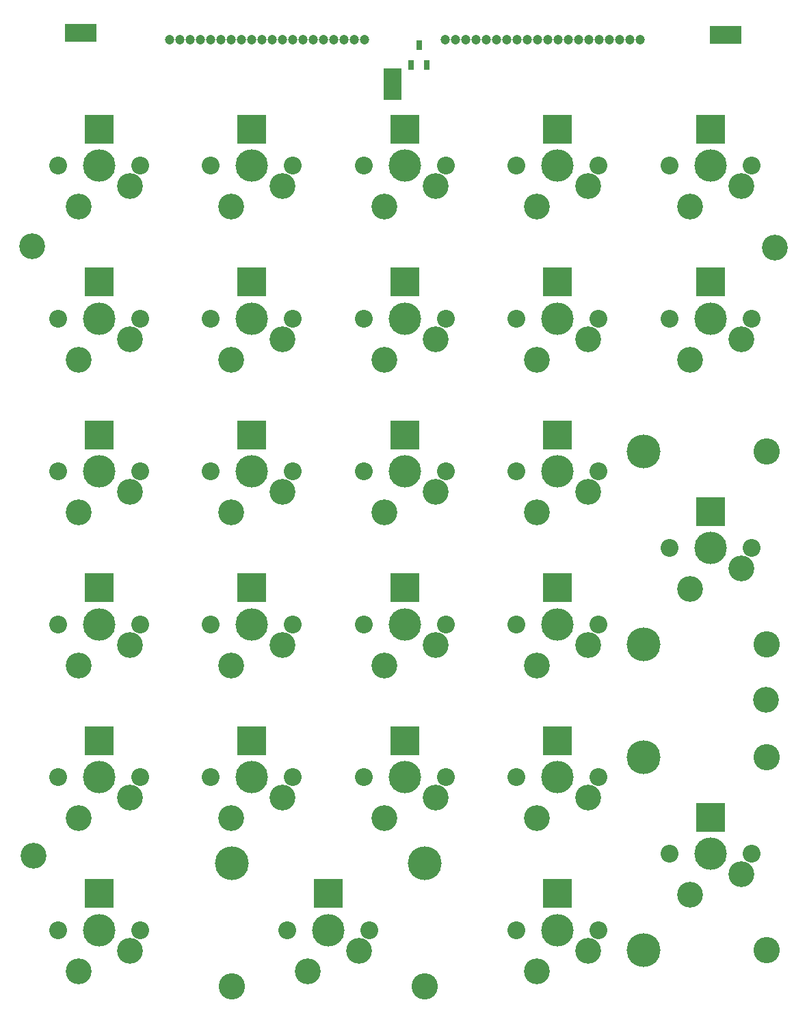
<source format=gts>
G04*
G04 #@! TF.GenerationSoftware,Altium Limited,Altium Designer,24.1.2 (44)*
G04*
G04 Layer_Color=8388736*
%FSLAX44Y44*%
%MOMM*%
G71*
G04*
G04 #@! TF.SameCoordinates,39859149-EBAD-4231-980B-4E5C47F9036E*
G04*
G04*
G04 #@! TF.FilePolarity,Negative*
G04*
G01*
G75*
%ADD16R,0.8032X1.2032*%
%ADD17R,4.0032X2.2332*%
%ADD18R,2.2332X4.0032*%
%ADD19C,4.1912*%
%ADD20C,3.2512*%
%ADD21C,3.2032*%
%ADD22C,4.0132*%
%ADD23C,2.2032*%
%ADD24R,3.6032X3.6032*%
%ADD25C,1.2032*%
D16*
X596900Y1248410D02*
D03*
X606400Y1224410D02*
D03*
X587400D02*
D03*
D17*
X177800Y1263650D02*
D03*
X976630Y1261110D02*
D03*
D18*
X563880Y1200150D02*
D03*
D19*
X875403Y745968D02*
D03*
Y507208D02*
D03*
Y367508D02*
D03*
Y128748D02*
D03*
X365498Y236063D02*
D03*
X604258D02*
D03*
D20*
X1027803Y745968D02*
D03*
Y507208D02*
D03*
Y367508D02*
D03*
Y128748D02*
D03*
X365498Y83663D02*
D03*
X604258D02*
D03*
D21*
X932553Y575788D02*
D03*
X996053Y601188D02*
D03*
X932553Y197328D02*
D03*
X996053Y222728D02*
D03*
X459478Y102713D02*
D03*
X522978Y128113D02*
D03*
X239133Y1074263D02*
D03*
X175633Y1048863D02*
D03*
X428363Y1074263D02*
D03*
X364863Y1048863D02*
D03*
X617593Y1074263D02*
D03*
X554093Y1048863D02*
D03*
X806823Y1074263D02*
D03*
X743323Y1048863D02*
D03*
X996053Y1074263D02*
D03*
X932553Y1048863D02*
D03*
X239133Y885033D02*
D03*
X175633Y859633D02*
D03*
X428363Y885033D02*
D03*
X364863Y859633D02*
D03*
X617593Y885033D02*
D03*
X554093Y859633D02*
D03*
X806823Y885033D02*
D03*
X743323Y859633D02*
D03*
X996053Y885033D02*
D03*
X932553Y859633D02*
D03*
X239133Y695803D02*
D03*
X175633Y670403D02*
D03*
X428363Y695803D02*
D03*
X364863Y670403D02*
D03*
X617593Y695803D02*
D03*
X554093Y670403D02*
D03*
X806823Y695803D02*
D03*
X743323Y670403D02*
D03*
X239133Y506573D02*
D03*
X175633Y481173D02*
D03*
X428363Y506573D02*
D03*
X364863Y481173D02*
D03*
X617593Y506573D02*
D03*
X554093Y481173D02*
D03*
X806823Y506573D02*
D03*
X743323Y481173D02*
D03*
X239133Y317343D02*
D03*
X175633Y291943D02*
D03*
X428363Y317343D02*
D03*
X364863Y291943D02*
D03*
X617593Y317343D02*
D03*
X554093Y291943D02*
D03*
X806823Y317343D02*
D03*
X743323Y291943D02*
D03*
X239133Y128113D02*
D03*
X175633Y102713D02*
D03*
X806823Y128113D02*
D03*
X743323Y102713D02*
D03*
X119380Y245110D02*
D03*
X1026160Y438150D02*
D03*
X118110Y999490D02*
D03*
X1037590Y998220D02*
D03*
D22*
X957953Y626588D02*
D03*
Y248128D02*
D03*
X484878Y153513D02*
D03*
X201033Y1099663D02*
D03*
X390263D02*
D03*
X579493D02*
D03*
X768723D02*
D03*
X957953D02*
D03*
X201033Y910433D02*
D03*
X390263D02*
D03*
X579493D02*
D03*
X768723D02*
D03*
X957953D02*
D03*
X201033Y721203D02*
D03*
X390263D02*
D03*
X579493D02*
D03*
X768723D02*
D03*
X201033Y531973D02*
D03*
X390263D02*
D03*
X579493D02*
D03*
X768723D02*
D03*
X201033Y342743D02*
D03*
X390263D02*
D03*
X579493D02*
D03*
X768723D02*
D03*
X201033Y153513D02*
D03*
X768723D02*
D03*
D23*
X1008753Y626588D02*
D03*
X907153D02*
D03*
X1008753Y248128D02*
D03*
X907153D02*
D03*
X535678Y153513D02*
D03*
X434078D02*
D03*
X150233Y1099663D02*
D03*
X251833D02*
D03*
X339463D02*
D03*
X441063D02*
D03*
X528693D02*
D03*
X630293D02*
D03*
X717923D02*
D03*
X819523D02*
D03*
X907153D02*
D03*
X1008753D02*
D03*
X150233Y910433D02*
D03*
X251833D02*
D03*
X339463D02*
D03*
X441063D02*
D03*
X528693D02*
D03*
X630293D02*
D03*
X717923D02*
D03*
X819523D02*
D03*
X907153D02*
D03*
X1008753D02*
D03*
X150233Y721203D02*
D03*
X251833D02*
D03*
X339463D02*
D03*
X441063D02*
D03*
X528693D02*
D03*
X630293D02*
D03*
X717923D02*
D03*
X819523D02*
D03*
X150233Y531973D02*
D03*
X251833D02*
D03*
X339463D02*
D03*
X441063D02*
D03*
X528693D02*
D03*
X630293D02*
D03*
X717923D02*
D03*
X819523D02*
D03*
X150233Y342743D02*
D03*
X251833D02*
D03*
X339463D02*
D03*
X441063D02*
D03*
X528693D02*
D03*
X630293D02*
D03*
X717923D02*
D03*
X819523D02*
D03*
X150233Y153513D02*
D03*
X251833D02*
D03*
X717923D02*
D03*
X819523D02*
D03*
D24*
X957953Y671588D02*
D03*
Y293128D02*
D03*
X484878Y198513D02*
D03*
X201033Y1144663D02*
D03*
X390263D02*
D03*
X579493D02*
D03*
X768723D02*
D03*
X957953D02*
D03*
X201033Y955433D02*
D03*
X390263D02*
D03*
X579493D02*
D03*
X768723D02*
D03*
X957953D02*
D03*
X201033Y766203D02*
D03*
X390263D02*
D03*
X579493D02*
D03*
X768723D02*
D03*
X201033Y576973D02*
D03*
X390263D02*
D03*
X579493D02*
D03*
X768723D02*
D03*
X201033Y387743D02*
D03*
X390263D02*
D03*
X579493D02*
D03*
X768723D02*
D03*
X201033Y198513D02*
D03*
X768723D02*
D03*
D25*
X288193Y1255470D02*
D03*
X300893D02*
D03*
X313593D02*
D03*
X326293D02*
D03*
X338993D02*
D03*
X351693D02*
D03*
X364393D02*
D03*
X377093D02*
D03*
X389793D02*
D03*
X402493D02*
D03*
X415193D02*
D03*
X427893D02*
D03*
X440593D02*
D03*
X453293D02*
D03*
X465993D02*
D03*
X478693D02*
D03*
X491393D02*
D03*
X504093D02*
D03*
X516793D02*
D03*
X529493D02*
D03*
X629493D02*
D03*
X642193D02*
D03*
X654893D02*
D03*
X667593D02*
D03*
X680293D02*
D03*
X692993D02*
D03*
X705693D02*
D03*
X718393D02*
D03*
X731093D02*
D03*
X743793D02*
D03*
X756493D02*
D03*
X769193D02*
D03*
X781893D02*
D03*
X794593D02*
D03*
X807293D02*
D03*
X819993D02*
D03*
X832693D02*
D03*
X845393D02*
D03*
X858093D02*
D03*
X870793D02*
D03*
M02*

</source>
